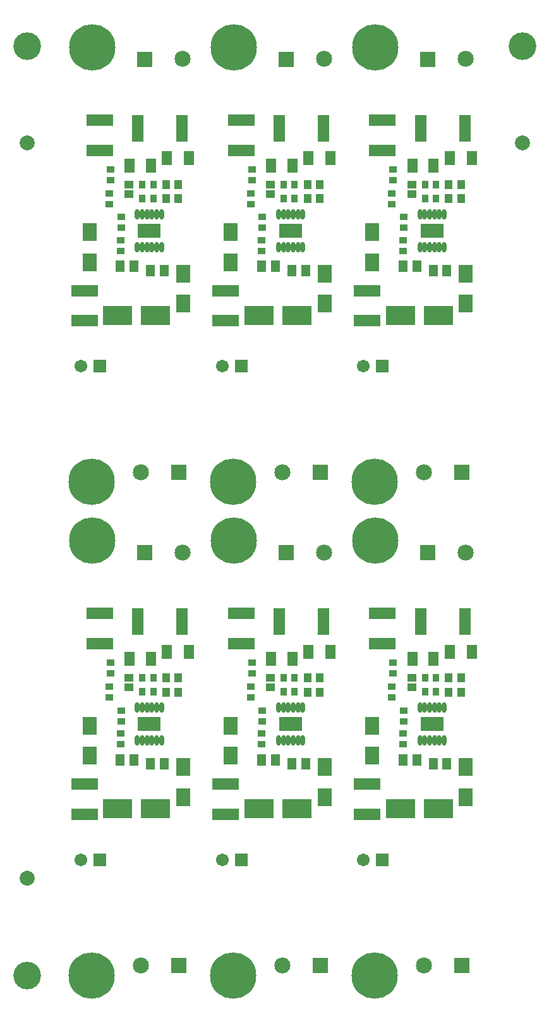
<source format=gts>
G04*
G04 #@! TF.GenerationSoftware,Altium Limited,Altium Designer,18.1.9 (240)*
G04*
G04 Layer_Color=8388736*
%FSAX25Y25*%
%MOIN*%
G70*
G01*
G75*
%ADD32C,0.14567*%
%ADD47C,0.07874*%
%ADD48R,0.14186X0.06115*%
%ADD49R,0.03753X0.04343*%
%ADD50R,0.04343X0.03753*%
%ADD51R,0.03950X0.04737*%
%ADD52R,0.15800X0.10249*%
%ADD53R,0.05328X0.07690*%
%ADD54R,0.07296X0.09461*%
%ADD55R,0.04540X0.04147*%
%ADD56R,0.05131X0.06115*%
%ADD57R,0.06115X0.14186*%
%ADD58R,0.05721X0.07690*%
%ADD59R,0.12217X0.07493*%
%ADD60O,0.02572X0.05524*%
%ADD61C,0.24422*%
%ADD62R,0.06706X0.06706*%
%ADD63C,0.06706*%
%ADD64R,0.08477X0.08477*%
%ADD65C,0.08477*%
D32*
X0524000Y0604000D02*
D03*
X0262500D02*
D03*
Y0114000D02*
D03*
D47*
X0524000Y0552819D02*
D03*
X0262500D02*
D03*
Y0165181D02*
D03*
D48*
X0300913Y0288862D02*
D03*
Y0304807D02*
D03*
X0292882Y0214846D02*
D03*
Y0198902D02*
D03*
X0375480Y0288862D02*
D03*
Y0304807D02*
D03*
X0367449Y0214846D02*
D03*
Y0198902D02*
D03*
X0450047Y0288862D02*
D03*
Y0304807D02*
D03*
X0442016Y0214846D02*
D03*
Y0198902D02*
D03*
X0300913Y0549012D02*
D03*
Y0564956D02*
D03*
X0292882Y0474996D02*
D03*
Y0459051D02*
D03*
X0375480Y0549012D02*
D03*
Y0564956D02*
D03*
X0367449Y0474996D02*
D03*
Y0459051D02*
D03*
X0450047Y0549012D02*
D03*
Y0564956D02*
D03*
X0442016Y0474996D02*
D03*
Y0459051D02*
D03*
D49*
X0329161Y0263370D02*
D03*
X0323453D02*
D03*
X0329161Y0270850D02*
D03*
X0323453D02*
D03*
X0403728Y0263370D02*
D03*
X0398020D02*
D03*
X0403728Y0270850D02*
D03*
X0398020D02*
D03*
X0478295Y0263370D02*
D03*
X0472587D02*
D03*
X0478295Y0270850D02*
D03*
X0472587D02*
D03*
X0329161Y0523519D02*
D03*
X0323453D02*
D03*
X0329161Y0531000D02*
D03*
X0323453D02*
D03*
X0403728Y0523519D02*
D03*
X0398020D02*
D03*
X0403728Y0531000D02*
D03*
X0398020D02*
D03*
X0478295Y0523519D02*
D03*
X0472587D02*
D03*
X0478295Y0531000D02*
D03*
X0472587D02*
D03*
D50*
X0305992Y0266146D02*
D03*
Y0260437D02*
D03*
X0306583Y0278823D02*
D03*
Y0273114D02*
D03*
X0312213Y0247957D02*
D03*
Y0253665D02*
D03*
X0311858Y0235831D02*
D03*
Y0241539D02*
D03*
X0380559Y0266146D02*
D03*
Y0260437D02*
D03*
X0381150Y0278823D02*
D03*
Y0273114D02*
D03*
X0386779Y0247957D02*
D03*
Y0253665D02*
D03*
X0386425Y0235831D02*
D03*
Y0241539D02*
D03*
X0455126Y0266146D02*
D03*
Y0260437D02*
D03*
X0455717Y0278823D02*
D03*
Y0273114D02*
D03*
X0461346Y0247957D02*
D03*
Y0253665D02*
D03*
X0460992Y0235831D02*
D03*
Y0241539D02*
D03*
X0305992Y0526295D02*
D03*
Y0520586D02*
D03*
X0306583Y0538972D02*
D03*
Y0533263D02*
D03*
X0312213Y0508106D02*
D03*
Y0513815D02*
D03*
X0311858Y0495980D02*
D03*
Y0501689D02*
D03*
X0380559Y0526295D02*
D03*
Y0520586D02*
D03*
X0381150Y0538972D02*
D03*
Y0533263D02*
D03*
X0386779Y0508106D02*
D03*
Y0513815D02*
D03*
X0386425Y0495980D02*
D03*
Y0501689D02*
D03*
X0455126Y0526295D02*
D03*
Y0520586D02*
D03*
X0455717Y0538972D02*
D03*
Y0533263D02*
D03*
X0461346Y0508106D02*
D03*
Y0513815D02*
D03*
X0460992Y0495980D02*
D03*
Y0501689D02*
D03*
D51*
X0342465Y0263350D02*
D03*
X0335968D02*
D03*
X0342465Y0270850D02*
D03*
X0335968D02*
D03*
X0417031Y0263350D02*
D03*
X0410535D02*
D03*
X0417031Y0270850D02*
D03*
X0410535D02*
D03*
X0491598Y0263350D02*
D03*
X0485102D02*
D03*
X0491598Y0270850D02*
D03*
X0485102D02*
D03*
X0342465Y0523500D02*
D03*
X0335968D02*
D03*
X0342465Y0531000D02*
D03*
X0335968D02*
D03*
X0417031Y0523500D02*
D03*
X0410535D02*
D03*
X0417031Y0531000D02*
D03*
X0410535D02*
D03*
X0491598Y0523500D02*
D03*
X0485102D02*
D03*
X0491598Y0531000D02*
D03*
X0485102D02*
D03*
D52*
X0310362Y0201716D02*
D03*
X0330362D02*
D03*
X0384929D02*
D03*
X0404929D02*
D03*
X0459496D02*
D03*
X0479496D02*
D03*
X0310362Y0461866D02*
D03*
X0330362D02*
D03*
X0384929D02*
D03*
X0404929D02*
D03*
X0459496D02*
D03*
X0479496D02*
D03*
D53*
X0336405Y0284591D02*
D03*
X0348020D02*
D03*
X0410972D02*
D03*
X0422587D02*
D03*
X0485539D02*
D03*
X0497154D02*
D03*
X0336405Y0544740D02*
D03*
X0348020D02*
D03*
X0410972D02*
D03*
X0422587D02*
D03*
X0485539D02*
D03*
X0497154D02*
D03*
D54*
X0295480Y0229827D02*
D03*
Y0245575D02*
D03*
X0344969Y0207976D02*
D03*
Y0223724D02*
D03*
X0370047Y0229827D02*
D03*
Y0245575D02*
D03*
X0419535Y0207976D02*
D03*
Y0223724D02*
D03*
X0444614Y0229827D02*
D03*
Y0245575D02*
D03*
X0494102Y0207976D02*
D03*
Y0223724D02*
D03*
X0295480Y0489976D02*
D03*
Y0505724D02*
D03*
X0344969Y0468126D02*
D03*
Y0483874D02*
D03*
X0370047Y0489976D02*
D03*
Y0505724D02*
D03*
X0419535Y0468126D02*
D03*
Y0483874D02*
D03*
X0444614Y0489976D02*
D03*
Y0505724D02*
D03*
X0494102Y0468126D02*
D03*
Y0483874D02*
D03*
D55*
X0316347Y0270850D02*
D03*
Y0265732D02*
D03*
X0390913Y0270850D02*
D03*
Y0265732D02*
D03*
X0465480Y0270850D02*
D03*
Y0265732D02*
D03*
X0316347Y0531000D02*
D03*
Y0525881D02*
D03*
X0390913Y0531000D02*
D03*
Y0525881D02*
D03*
X0465480Y0531000D02*
D03*
Y0525881D02*
D03*
D56*
X0334988Y0225457D02*
D03*
X0327705D02*
D03*
X0311760Y0227661D02*
D03*
X0319043D02*
D03*
X0409555Y0225457D02*
D03*
X0402272D02*
D03*
X0386327Y0227661D02*
D03*
X0393610D02*
D03*
X0484122Y0225457D02*
D03*
X0476839D02*
D03*
X0460894Y0227661D02*
D03*
X0468177D02*
D03*
X0334988Y0485606D02*
D03*
X0327705D02*
D03*
X0311760Y0487811D02*
D03*
X0319043D02*
D03*
X0409555Y0485606D02*
D03*
X0402272D02*
D03*
X0386327Y0487811D02*
D03*
X0393610D02*
D03*
X0484122Y0485606D02*
D03*
X0476839D02*
D03*
X0460894Y0487811D02*
D03*
X0468177D02*
D03*
D57*
X0321012Y0300535D02*
D03*
X0344437D02*
D03*
X0395579D02*
D03*
X0419004D02*
D03*
X0470146D02*
D03*
X0493571D02*
D03*
X0321012Y0560685D02*
D03*
X0344437D02*
D03*
X0395579D02*
D03*
X0419004D02*
D03*
X0470146D02*
D03*
X0493571D02*
D03*
D58*
X0327980Y0280772D02*
D03*
X0316760D02*
D03*
X0402547D02*
D03*
X0391327D02*
D03*
X0477114D02*
D03*
X0465894D02*
D03*
X0327980Y0540921D02*
D03*
X0316760D02*
D03*
X0402547D02*
D03*
X0391327D02*
D03*
X0477114D02*
D03*
X0465894D02*
D03*
D59*
X0327134Y0246370D02*
D03*
X0401701D02*
D03*
X0476268D02*
D03*
X0327134Y0506519D02*
D03*
X0401701D02*
D03*
X0476268D02*
D03*
D60*
X0320736Y0237709D02*
D03*
X0323295D02*
D03*
X0325854D02*
D03*
X0328413D02*
D03*
X0330972D02*
D03*
X0333531D02*
D03*
X0320736Y0255031D02*
D03*
X0323295D02*
D03*
X0325854D02*
D03*
X0328413D02*
D03*
X0330972D02*
D03*
X0333531D02*
D03*
X0395303Y0237709D02*
D03*
X0397862D02*
D03*
X0400421D02*
D03*
X0402980D02*
D03*
X0405539D02*
D03*
X0408098D02*
D03*
X0395303Y0255031D02*
D03*
X0397862D02*
D03*
X0400421D02*
D03*
X0402980D02*
D03*
X0405539D02*
D03*
X0408098D02*
D03*
X0469870Y0237709D02*
D03*
X0472429D02*
D03*
X0474988D02*
D03*
X0477547D02*
D03*
X0480106D02*
D03*
X0482665D02*
D03*
X0469870Y0255031D02*
D03*
X0472429D02*
D03*
X0474988D02*
D03*
X0477547D02*
D03*
X0480106D02*
D03*
X0482665D02*
D03*
X0320736Y0497858D02*
D03*
X0323295D02*
D03*
X0325854D02*
D03*
X0328413D02*
D03*
X0330972D02*
D03*
X0333531D02*
D03*
X0320736Y0515181D02*
D03*
X0323295D02*
D03*
X0325854D02*
D03*
X0328413D02*
D03*
X0330972D02*
D03*
X0333531D02*
D03*
X0395303Y0497858D02*
D03*
X0397862D02*
D03*
X0400421D02*
D03*
X0402980D02*
D03*
X0405539D02*
D03*
X0408098D02*
D03*
X0395303Y0515181D02*
D03*
X0397862D02*
D03*
X0400421D02*
D03*
X0402980D02*
D03*
X0405539D02*
D03*
X0408098D02*
D03*
X0469870Y0497858D02*
D03*
X0472429D02*
D03*
X0474988D02*
D03*
X0477547D02*
D03*
X0480106D02*
D03*
X0482665D02*
D03*
X0469870Y0515181D02*
D03*
X0472429D02*
D03*
X0474988D02*
D03*
X0477547D02*
D03*
X0480106D02*
D03*
X0482665D02*
D03*
D61*
X0297134Y0343134D02*
D03*
X0296779Y0113921D02*
D03*
X0371701Y0343134D02*
D03*
X0371346Y0113921D02*
D03*
X0446268Y0343134D02*
D03*
X0445913Y0113921D02*
D03*
X0297134Y0603283D02*
D03*
X0296779Y0374071D02*
D03*
X0371701Y0603283D02*
D03*
X0371346Y0374071D02*
D03*
X0446268Y0603283D02*
D03*
X0445913Y0374071D02*
D03*
D62*
X0300953Y0175024D02*
D03*
X0375520D02*
D03*
X0450087D02*
D03*
X0300953Y0435173D02*
D03*
X0375520D02*
D03*
X0450087D02*
D03*
D63*
X0290953Y0175024D02*
D03*
X0365520D02*
D03*
X0440087D02*
D03*
X0290953Y0435173D02*
D03*
X0365520D02*
D03*
X0440087D02*
D03*
D64*
X0342803Y0119158D02*
D03*
X0324732Y0336874D02*
D03*
X0417370Y0119158D02*
D03*
X0399299Y0336874D02*
D03*
X0491937Y0119158D02*
D03*
X0473866Y0336874D02*
D03*
X0342803Y0379307D02*
D03*
X0324732Y0597023D02*
D03*
X0417370Y0379307D02*
D03*
X0399299Y0597023D02*
D03*
X0491937Y0379307D02*
D03*
X0473866Y0597023D02*
D03*
D65*
X0322803Y0119118D02*
D03*
X0344732Y0336913D02*
D03*
X0397370Y0119118D02*
D03*
X0419299Y0336913D02*
D03*
X0471937Y0119118D02*
D03*
X0493866Y0336913D02*
D03*
X0322803Y0379267D02*
D03*
X0344732Y0597063D02*
D03*
X0397370Y0379267D02*
D03*
X0419299Y0597063D02*
D03*
X0471937Y0379267D02*
D03*
X0493866Y0597063D02*
D03*
M02*

</source>
